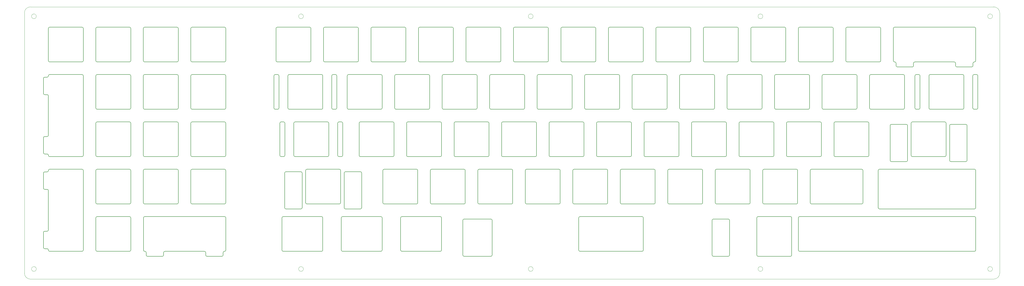
<source format=gm1>
G04 #@! TF.GenerationSoftware,KiCad,Pcbnew,(5.1.4)-1*
G04 #@! TF.CreationDate,2020-10-07T14:28:25-04:00*
G04 #@! TF.ProjectId,southpawplate,736f7574-6870-4617-9770-6c6174652e6b,rev?*
G04 #@! TF.SameCoordinates,Original*
G04 #@! TF.FileFunction,Profile,NP*
%FSLAX46Y46*%
G04 Gerber Fmt 4.6, Leading zero omitted, Abs format (unit mm)*
G04 Created by KiCad (PCBNEW (5.1.4)-1) date 2020-10-07 14:28:25*
%MOMM*%
%LPD*%
G04 APERTURE LIST*
%ADD10C,0.200000*%
%ADD11C,0.050000*%
G04 APERTURE END LIST*
D10*
X340162001Y-23200000D02*
X334162002Y-23162999D01*
X340662000Y-21662999D02*
X340662001Y-22700000D01*
X333662001Y-22663000D02*
X333662000Y-21663000D01*
X357038002Y-21162999D02*
X341162000Y-21162999D01*
X364538001Y-22663000D02*
X364538001Y-21662999D01*
X358038002Y-23162999D02*
X364038001Y-23163000D01*
X357538001Y-21663000D02*
X357538001Y-22663000D01*
X365625000Y-7663000D02*
X365625000Y-20662999D01*
X333075001Y-7163000D02*
X365125000Y-7163000D01*
X332575001Y-20662999D02*
X332575002Y-7662999D01*
X333162002Y-21163000D02*
X333075001Y-21162999D01*
X365038001Y-21162999D02*
X365125001Y-21163000D01*
X-8399999Y-51676001D02*
X-8400000Y-57676000D01*
X-6399999Y-34800000D02*
X-6400000Y-50675999D01*
X-8399999Y-27800000D02*
X-8400000Y-33800000D01*
X-6900000Y-27300000D02*
X-7899999Y-27300000D01*
X-6400000Y-26712999D02*
X-6399998Y-26800000D01*
X-6900000Y-58175999D02*
X-7899999Y-58176001D01*
X-6399999Y-58763000D02*
X-6399999Y-58676000D01*
X7100000Y-59263000D02*
X-5900000Y-59262999D01*
X7600001Y-26713000D02*
X7600001Y-58763001D01*
X-5899999Y-26213000D02*
X7100000Y-26212999D01*
X160368751Y-99363000D02*
X171125001Y-99363000D01*
X-7900000Y-34300000D02*
G75*
G02X-8400000Y-33800000I0J500000D01*
G01*
X64800001Y-96863000D02*
X64800001Y-83863000D01*
X-5900000Y-59262999D02*
G75*
G02X-6399999Y-58763000I0J499999D01*
G01*
X-8399999Y-51676001D02*
G75*
G02X-7900000Y-51176000I500000J1D01*
G01*
X32250001Y-97363000D02*
X32337001Y-97363000D01*
X-6399998Y-26800000D02*
G75*
G02X-6900000Y-27300000I-500001J1D01*
G01*
X-6899999Y-34300000D02*
G75*
G02X-6399999Y-34800000I0J-500000D01*
G01*
X-6400000Y-50675999D02*
G75*
G02X-6899999Y-51176000I-500000J-1D01*
G01*
X-7899999Y-34300000D02*
X-6900000Y-34300000D01*
X31750001Y-83863000D02*
X31750001Y-96863000D01*
X64300001Y-83363000D02*
X32250001Y-83363000D01*
X-6899999Y-51176000D02*
X-7900000Y-51176000D01*
X31750001Y-83863000D02*
G75*
G02X32250001Y-83363000I500000J0D01*
G01*
X-6900000Y-58175999D02*
G75*
G02X-6399999Y-58676000I0J-500001D01*
G01*
X-7899999Y-58176001D02*
G75*
G02X-8400000Y-57676000I0J500001D01*
G01*
X-8399999Y-27800000D02*
G75*
G02X-7899999Y-27300000I500000J0D01*
G01*
X7100000Y-26212999D02*
G75*
G02X7600001Y-26713000I0J-500001D01*
G01*
X64300001Y-83363000D02*
G75*
G02X64800001Y-83863000I0J-500000D01*
G01*
X32250001Y-97363000D02*
G75*
G02X31750001Y-96863000I0J500000D01*
G01*
X7600001Y-58763001D02*
G75*
G02X7100000Y-59263000I-500000J1D01*
G01*
X-6400000Y-26712999D02*
G75*
G02X-5899999Y-26213000I500000J-1D01*
G01*
X308475001Y-20662998D02*
G75*
G02X307975001Y-21163000I-500001J-1D01*
G01*
X307975001Y-7162999D02*
X294975001Y-7163000D01*
X313525001Y-7663000D02*
G75*
G02X314025001Y-7163000I500000J0D01*
G01*
X39837001Y-98863000D02*
G75*
G02X39337001Y-99363000I-500000J0D01*
G01*
X63713001Y-97863000D02*
G75*
G02X64213001Y-97363000I500000J0D01*
G01*
X64800000Y-96862999D02*
G75*
G02X64300001Y-97363000I-500000J-1D01*
G01*
X64213001Y-97363000D02*
X64300001Y-97363000D01*
X327025001Y-7163000D02*
X314025001Y-7163000D01*
X63713001Y-98863000D02*
X63713001Y-97862999D01*
X358038002Y-23162999D02*
G75*
G02X357538001Y-22663000I-1J500000D01*
G01*
X33337001Y-99363000D02*
X39337001Y-99363000D01*
X33337000Y-99362999D02*
G75*
G02X32837001Y-98863000I0J499999D01*
G01*
X277806251Y-83863000D02*
X277806251Y-98863000D01*
X57213001Y-99363000D02*
X63213001Y-99363000D01*
X364538001Y-22663000D02*
G75*
G02X364038001Y-23163000I-500000J0D01*
G01*
X291306251Y-83363000D02*
G75*
G02X291806251Y-83863000I0J-500000D01*
G01*
X291306251Y-83363000D02*
X278306251Y-83363000D01*
X365625000Y-20662999D02*
G75*
G02X365125001Y-21163000I-500000J-1D01*
G01*
X327025000Y-7162999D02*
G75*
G02X327525001Y-7663000I0J-500001D01*
G01*
X334162002Y-23162999D02*
G75*
G02X333662001Y-22663000I-1J500000D01*
G01*
X332575002Y-7662999D02*
G75*
G02X333075001Y-7163000I499999J0D01*
G01*
X39837001Y-97863000D02*
G75*
G02X40337001Y-97363000I500000J0D01*
G01*
X32337000Y-97362999D02*
G75*
G02X32837001Y-97863000I0J-500001D01*
G01*
X333162002Y-21163000D02*
G75*
G02X333662000Y-21663000I-1J-499999D01*
G01*
X364538001Y-21662999D02*
G75*
G02X365038001Y-21162999I500000J0D01*
G01*
X278306251Y-99363000D02*
X291306251Y-99363000D01*
X291806251Y-98863000D02*
X291806251Y-83863000D01*
X327525001Y-20663000D02*
G75*
G02X327025001Y-21163000I-500000J0D01*
G01*
X291806251Y-98863000D02*
G75*
G02X291306251Y-99363000I-500000J0D01*
G01*
X327525001Y-20662999D02*
X327525001Y-7663000D01*
X294475001Y-7663000D02*
G75*
G02X294975001Y-7163000I500000J0D01*
G01*
X63713001Y-98863000D02*
G75*
G02X63213001Y-99363000I-500000J0D01*
G01*
X57213001Y-99363000D02*
G75*
G02X56713001Y-98863000I0J500000D01*
G01*
X307975002Y-7162999D02*
G75*
G02X308475001Y-7663000I-1J-500000D01*
G01*
X56713001Y-97863000D02*
X56713001Y-98863000D01*
X56213000Y-97362999D02*
G75*
G02X56713001Y-97863000I0J-500001D01*
G01*
X40337001Y-97363000D02*
X56213001Y-97363000D01*
X39837001Y-98863000D02*
X39837001Y-97863000D01*
X357038002Y-21162999D02*
G75*
G02X357538001Y-21663000I-1J-500000D01*
G01*
X340662001Y-22700000D02*
G75*
G02X340162001Y-23200000I-500000J0D01*
G01*
X340662000Y-21662999D02*
G75*
G02X341162000Y-21162999I500000J0D01*
G01*
X314025001Y-21163000D02*
X327025001Y-21163000D01*
X277806251Y-83863000D02*
G75*
G02X278306251Y-83363000I500000J0D01*
G01*
X314024999Y-21162999D02*
G75*
G02X313525001Y-20662999I1J499999D01*
G01*
X32837001Y-97863000D02*
X32837001Y-98863000D01*
X333075001Y-21162999D02*
G75*
G02X332575001Y-20662999I0J500000D01*
G01*
X294475001Y-7663000D02*
X294475001Y-20662999D01*
X294974999Y-21162999D02*
G75*
G02X294475001Y-20662999I1J499999D01*
G01*
X294975001Y-21163000D02*
X307975001Y-21163000D01*
X278306251Y-99363000D02*
G75*
G02X277806251Y-98863000I0J500000D01*
G01*
X365125000Y-7163000D02*
G75*
G02X365625000Y-7663000I0J-500000D01*
G01*
X313525001Y-7663000D02*
X313525001Y-20662999D01*
X156075001Y-20663000D02*
G75*
G02X155575001Y-21163000I-500000J0D01*
G01*
X180175001Y-7663000D02*
G75*
G02X180675001Y-7163000I500000J0D01*
G01*
X175125001Y-20662999D02*
X175125001Y-7663000D01*
X212725001Y-7162999D02*
X199725001Y-7163000D01*
X161624999Y-21162999D02*
G75*
G02X161125001Y-20662999I1J499999D01*
G01*
X288925001Y-7163000D02*
X275925001Y-7163000D01*
X275425001Y-7663000D02*
G75*
G02X275925001Y-7163000I500000J0D01*
G01*
X256874999Y-21162999D02*
G75*
G02X256375001Y-20662999I1J499999D01*
G01*
X194175001Y-20662999D02*
X194175001Y-7663000D01*
X142575001Y-21162999D02*
G75*
G02X142075001Y-20662999I0J500000D01*
G01*
X270375001Y-20662999D02*
X270375001Y-7663000D01*
X275924999Y-21162999D02*
G75*
G02X275425001Y-20662999I1J499999D01*
G01*
X155575002Y-7162999D02*
G75*
G02X156075001Y-7663000I-1J-500000D01*
G01*
X199724999Y-21162999D02*
G75*
G02X199225001Y-20662999I1J499999D01*
G01*
X288925002Y-7162999D02*
G75*
G02X289425001Y-7663000I-1J-500000D01*
G01*
X174625001Y-7162999D02*
X161625001Y-7163000D01*
X256875001Y-21163000D02*
X269875001Y-21163000D01*
X194175001Y-20662998D02*
G75*
G02X193675001Y-21163000I-500001J-1D01*
G01*
X269875002Y-7162999D02*
G75*
G02X270375001Y-7663000I-1J-500000D01*
G01*
X142575001Y-21163000D02*
X155575001Y-21163000D01*
X232275001Y-20662999D02*
X232275001Y-7663000D01*
X161625001Y-21163000D02*
X174625001Y-21163000D01*
X308475001Y-20662999D02*
X308475001Y-7663000D01*
X237325001Y-7663000D02*
X237325001Y-20662999D01*
X250825001Y-7163000D02*
X237825001Y-7163000D01*
X289425001Y-20662998D02*
G75*
G02X288925001Y-21163000I-500001J-1D01*
G01*
X231775002Y-7162999D02*
G75*
G02X232275001Y-7663000I-1J-500000D01*
G01*
X275925001Y-21163000D02*
X288925001Y-21163000D01*
X289425001Y-20662999D02*
X289425001Y-7663000D01*
X231775001Y-7163000D02*
X218775001Y-7163000D01*
X237325001Y-7663000D02*
G75*
G02X237825001Y-7163000I500000J0D01*
G01*
X232275002Y-20662999D02*
G75*
G02X231775001Y-21163000I-500001J0D01*
G01*
X269875001Y-7163000D02*
X256875001Y-7163000D01*
X218275001Y-7663000D02*
G75*
G02X218775001Y-7163000I500000J0D01*
G01*
X213225001Y-20662998D02*
G75*
G02X212725001Y-21163000I-500001J-1D01*
G01*
X193675001Y-7162999D02*
X180675001Y-7163000D01*
X193675002Y-7162999D02*
G75*
G02X194175001Y-7663000I-1J-500000D01*
G01*
X161125001Y-7663000D02*
X161125001Y-20662999D01*
X161125001Y-7663000D02*
G75*
G02X161625001Y-7163000I500000J0D01*
G01*
X275425001Y-7663000D02*
X275425001Y-20662999D01*
X237825000Y-21163000D02*
G75*
G02X237325001Y-20662999I1J500000D01*
G01*
X180674999Y-21162999D02*
G75*
G02X180175001Y-20662999I1J499999D01*
G01*
X213225001Y-20662999D02*
X213225001Y-7663000D01*
X270375001Y-20662998D02*
G75*
G02X269875001Y-21163000I-500001J-1D01*
G01*
X199225001Y-7663000D02*
G75*
G02X199725001Y-7163000I500000J0D01*
G01*
X237825001Y-21163000D02*
X250825001Y-21163000D01*
X256375001Y-7663000D02*
X256375001Y-20662999D01*
X250825002Y-7162999D02*
G75*
G02X251325001Y-7663000I-1J-500000D01*
G01*
X256375001Y-7663000D02*
G75*
G02X256875001Y-7163000I500000J0D01*
G01*
X174625002Y-7162999D02*
G75*
G02X175125001Y-7663000I-1J-500000D01*
G01*
X218775001Y-21163000D02*
X231775001Y-21163000D01*
X218275001Y-7663000D02*
X218275001Y-20662999D01*
X212725002Y-7162999D02*
G75*
G02X213225001Y-7663000I-1J-500000D01*
G01*
X180675001Y-21163000D02*
X193675001Y-21163000D01*
X142075001Y-7663000D02*
X142075001Y-20662999D01*
X175125001Y-20662998D02*
G75*
G02X174625001Y-21163000I-500001J-1D01*
G01*
X251325001Y-20662999D02*
X251325001Y-7663000D01*
X199225001Y-7663000D02*
X199225001Y-20662999D01*
X180175001Y-7663000D02*
X180175001Y-20662999D01*
X155575001Y-7162999D02*
X142575001Y-7163000D01*
X251325002Y-20662999D02*
G75*
G02X250825001Y-21163000I-500001J0D01*
G01*
X218775000Y-21163000D02*
G75*
G02X218275001Y-20662999I1J500000D01*
G01*
X199725001Y-21163000D02*
X212725001Y-21163000D01*
X142075001Y-7663000D02*
G75*
G02X142575001Y-7163000I500000J0D01*
G01*
X117975001Y-20662999D02*
X117975001Y-7663000D01*
X26650001Y-20662999D02*
X26650001Y-7663000D01*
X7600001Y-20662999D02*
X7600001Y-7663000D01*
X320381251Y-77813000D02*
G75*
G02X319881251Y-78313000I-500000J0D01*
G01*
X-6399999Y-7663000D02*
G75*
G02X-5899999Y-7163000I500000J0D01*
G01*
X103975001Y-7663000D02*
X103975001Y-20662999D01*
X98925001Y-20663000D02*
G75*
G02X98425001Y-21163000I-500000J0D01*
G01*
X12650001Y-7663000D02*
X12650001Y-20662999D01*
X137025001Y-20663000D02*
G75*
G02X136525001Y-21163000I-500000J0D01*
G01*
X123525001Y-21162999D02*
G75*
G02X123025001Y-20662999I0J500000D01*
G01*
X26150002Y-7162999D02*
G75*
G02X26650001Y-7663000I-1J-500000D01*
G01*
X123025001Y-7663000D02*
X123025001Y-20662999D01*
X123025001Y-7663000D02*
G75*
G02X123525001Y-7163000I500000J0D01*
G01*
X136525001Y-7162999D02*
X123525001Y-7163000D01*
X31700001Y-7663000D02*
X31700001Y-20662999D01*
X26150001Y-7163000D02*
X13150001Y-7163000D01*
X85425001Y-21163000D02*
X98425001Y-21163000D01*
X31700001Y-7663000D02*
G75*
G02X32200001Y-7163000I500000J0D01*
G01*
X136525002Y-7162999D02*
G75*
G02X137025001Y-7663000I-1J-500000D01*
G01*
X13150001Y-21163000D02*
X26150001Y-21163000D01*
X-6399999Y-7663000D02*
X-6399999Y-20662999D01*
X299737500Y-78312999D02*
G75*
G02X299237501Y-77813000I0J499999D01*
G01*
X32200001Y-21162999D02*
G75*
G02X31700001Y-20662999I0J500000D01*
G01*
X299737501Y-78313000D02*
X319881251Y-78313000D01*
X104475001Y-21163000D02*
X117475001Y-21163000D01*
X104475001Y-21162999D02*
G75*
G02X103975001Y-20662999I0J500000D01*
G01*
X51250001Y-21162999D02*
X64250001Y-21163000D01*
X-5899999Y-21162999D02*
G75*
G02X-6399999Y-20662999I0J500000D01*
G01*
X117475001Y-7163000D02*
G75*
G02X117975001Y-7663000I0J-500000D01*
G01*
X7100000Y-7162999D02*
X-5899999Y-7163000D01*
X103975002Y-7662999D02*
G75*
G02X104475001Y-7163000I499999J0D01*
G01*
X45200001Y-7163000D02*
X32200001Y-7163000D01*
X7100000Y-7162999D02*
G75*
G02X7600001Y-7663000I0J-500001D01*
G01*
X319881250Y-64313000D02*
G75*
G02X320381250Y-64813000I0J-500000D01*
G01*
X299237501Y-64813000D02*
G75*
G02X299737501Y-64313000I500000J0D01*
G01*
X85425001Y-21162999D02*
G75*
G02X84925001Y-20662999I0J500000D01*
G01*
X84925001Y-7663000D02*
X84925001Y-20662999D01*
X13150000Y-21163000D02*
G75*
G02X12650001Y-20662999I1J500000D01*
G01*
X50750002Y-7662999D02*
G75*
G02X51250001Y-7163000I499999J0D01*
G01*
X51250000Y-21163000D02*
G75*
G02X50750001Y-20662999I1J500000D01*
G01*
X117475001Y-7163000D02*
X104475001Y-7163000D01*
X84925001Y-7662998D02*
G75*
G02X85425001Y-7163000I499999J-1D01*
G01*
X98425001Y-7163000D02*
G75*
G02X98925001Y-7663000I0J-500000D01*
G01*
X64750001Y-20662999D02*
X64750001Y-7663000D01*
X-5899999Y-21163000D02*
X7100000Y-21163000D01*
X12650002Y-7662999D02*
G75*
G02X13150001Y-7163000I499999J0D01*
G01*
X64750002Y-20662999D02*
G75*
G02X64250001Y-21163000I-500001J0D01*
G01*
X7600001Y-20662999D02*
G75*
G02X7100000Y-21163000I-500001J0D01*
G01*
X50750001Y-7663000D02*
X50750001Y-20662999D01*
X64250001Y-7163000D02*
X51250001Y-7163000D01*
X320381250Y-77813000D02*
X320381250Y-64813000D01*
X45700001Y-20663000D02*
G75*
G02X45200001Y-21163000I-500000J0D01*
G01*
X32200001Y-21162999D02*
X45200001Y-21163000D01*
X64250001Y-7163000D02*
G75*
G02X64750001Y-7663000I0J-500000D01*
G01*
X299237501Y-64813000D02*
X299237501Y-77813000D01*
X156075001Y-20662999D02*
X156075001Y-7663000D01*
X137025001Y-20662999D02*
X137025001Y-7663000D01*
X98425001Y-7162999D02*
X85425001Y-7163000D01*
X98925001Y-20662999D02*
X98925001Y-7663000D01*
X45700001Y-20662999D02*
X45700001Y-7663000D01*
X123525001Y-21163000D02*
X136525001Y-21163000D01*
X26650002Y-20662999D02*
G75*
G02X26150001Y-21163000I-500001J0D01*
G01*
X117975002Y-20662999D02*
G75*
G02X117475001Y-21163000I-500001J0D01*
G01*
X45200002Y-7162999D02*
G75*
G02X45700001Y-7663000I-1J-500000D01*
G01*
X103687501Y-96863000D02*
G75*
G02X103187501Y-97363000I-500000J0D01*
G01*
X266868751Y-98863000D02*
G75*
G02X266368751Y-99363000I-500000J0D01*
G01*
X127000000Y-83363000D02*
X111618751Y-83363000D01*
X171625001Y-98863000D02*
X171625001Y-84863000D01*
X266368752Y-84362999D02*
G75*
G02X266868751Y-84863000I-1J-500000D01*
G01*
X319881251Y-64313000D02*
X299737501Y-64313000D01*
X294187502Y-77812999D02*
G75*
G02X293687501Y-78313000I-500001J0D01*
G01*
X280687501Y-78313000D02*
X293687501Y-78313000D01*
X259868751Y-84863000D02*
X259868751Y-98863000D01*
X280187501Y-64813000D02*
G75*
G02X280687501Y-64313000I500000J0D01*
G01*
X231775001Y-83363000D02*
X206868751Y-83363000D01*
X231775002Y-83362999D02*
G75*
G02X232275001Y-83863000I-1J-500000D01*
G01*
X232275001Y-96863000D02*
X232275001Y-83863000D01*
X134931252Y-83862999D02*
G75*
G02X135431251Y-83363000I499999J0D01*
G01*
X293687502Y-64312999D02*
G75*
G02X294187501Y-64813000I-1J-500000D01*
G01*
X280687501Y-78313000D02*
G75*
G02X280187501Y-77813000I0J500000D01*
G01*
X280187501Y-64813000D02*
X280187501Y-77813000D01*
X160368751Y-99363000D02*
G75*
G02X159868751Y-98863000I0J500000D01*
G01*
X127000000Y-83363000D02*
G75*
G02X127500000Y-83863000I0J-500000D01*
G01*
X206368751Y-83863000D02*
X206368751Y-96863000D01*
X135431251Y-97363000D02*
X150812501Y-97363000D01*
X266368751Y-84362999D02*
X260368751Y-84363000D01*
X103187501Y-83363000D02*
G75*
G02X103687501Y-83863000I0J-500000D01*
G01*
X103187501Y-83363000D02*
X87806251Y-83363000D01*
X26650001Y-96863000D02*
X26650001Y-83863000D01*
X111118751Y-83863000D02*
X111118751Y-96863000D01*
X151312502Y-96862999D02*
G75*
G02X150812501Y-97363000I-500001J0D01*
G01*
X206868751Y-97363000D02*
X231775001Y-97363000D01*
X87806251Y-97363000D02*
G75*
G02X87306251Y-96863000I0J500000D01*
G01*
X151312501Y-96863000D02*
X151312501Y-83863000D01*
X26150001Y-83363000D02*
G75*
G02X26650001Y-83863000I0J-500000D01*
G01*
X13150001Y-97363000D02*
G75*
G02X12650001Y-96863000I0J500000D01*
G01*
X293687501Y-64313000D02*
X280687501Y-64313000D01*
X150812501Y-83363000D02*
G75*
G02X151312501Y-83863000I0J-500000D01*
G01*
X127500000Y-96863000D02*
G75*
G02X127000000Y-97363000I-500000J0D01*
G01*
X260368751Y-99363000D02*
X266368751Y-99363000D01*
X111618751Y-97363000D02*
X127000000Y-97363000D01*
X135431251Y-97363000D02*
G75*
G02X134931251Y-96863000I0J500000D01*
G01*
X260368751Y-99363000D02*
G75*
G02X259868751Y-98863000I0J500000D01*
G01*
X87306251Y-83862998D02*
G75*
G02X87806251Y-83363000I499999J-1D01*
G01*
X111618752Y-97362999D02*
G75*
G02X111118751Y-96863000I-1J500000D01*
G01*
X159868751Y-84863000D02*
G75*
G02X160368751Y-84363000I500000J0D01*
G01*
X87306251Y-83863000D02*
X87306251Y-96863000D01*
X171125002Y-84362999D02*
G75*
G02X171625001Y-84863000I-1J-500000D01*
G01*
X111118751Y-83862998D02*
G75*
G02X111618751Y-83363000I499999J-1D01*
G01*
X232275001Y-96863000D02*
G75*
G02X231775001Y-97363000I-500000J0D01*
G01*
X26650002Y-96862999D02*
G75*
G02X26150001Y-97363000I-500001J0D01*
G01*
X87806251Y-97363000D02*
X103187501Y-97363000D01*
X103687501Y-96863000D02*
X103687501Y-83863000D01*
X12650001Y-83863000D02*
X12650001Y-96863000D01*
X26150001Y-83363000D02*
X13150001Y-83363000D01*
X171625001Y-98863000D02*
G75*
G02X171125001Y-99363000I-500000J0D01*
G01*
X206868750Y-97362999D02*
G75*
G02X206368751Y-96863000I0J499999D01*
G01*
X159868751Y-84863000D02*
X159868751Y-98863000D01*
X259868751Y-84863000D02*
G75*
G02X260368751Y-84363000I500000J0D01*
G01*
X206368751Y-83863000D02*
G75*
G02X206868751Y-83363000I500000J0D01*
G01*
X13150001Y-97363000D02*
X26150001Y-97363000D01*
X171125001Y-84362999D02*
X160368751Y-84363000D01*
X150812501Y-83363000D02*
X135431251Y-83363000D01*
X294187501Y-77813000D02*
X294187501Y-64813000D01*
X12650001Y-83862998D02*
G75*
G02X13150001Y-83363000I499999J-1D01*
G01*
X134931251Y-83863000D02*
X134931251Y-96863000D01*
X127500000Y-96863000D02*
X127500000Y-83863000D01*
X64250001Y-26213000D02*
X51250001Y-26213000D01*
X90187501Y-40213000D02*
X103187501Y-40213000D01*
X223537501Y-78313000D02*
X236537501Y-78313000D01*
X266868751Y-98863000D02*
X266868751Y-84863000D01*
X223037501Y-64813000D02*
G75*
G02X223537501Y-64313000I500000J0D01*
G01*
X274637501Y-64313000D02*
X261637500Y-64313000D01*
X242587501Y-78313000D02*
X255587501Y-78313000D01*
X90187501Y-40212999D02*
G75*
G02X89687500Y-39713000I-1J500000D01*
G01*
X64750001Y-39713000D02*
X64750001Y-26713000D01*
X133050002Y-40212999D02*
G75*
G02X132550001Y-39713000I-1J500000D01*
G01*
X236537502Y-64312999D02*
G75*
G02X237037501Y-64813000I-1J-500000D01*
G01*
X256087502Y-77812999D02*
G75*
G02X255587501Y-78313000I-500001J0D01*
G01*
X133050001Y-40213000D02*
X146050001Y-40213000D01*
X255587501Y-64313000D02*
X242587501Y-64313000D01*
X237037501Y-77813000D02*
X237037501Y-64813000D01*
X127000000Y-26212999D02*
X114000001Y-26213000D01*
X89687500Y-26713000D02*
X89687500Y-39713000D01*
X64750001Y-39713000D02*
G75*
G02X64250001Y-40213000I-500000J0D01*
G01*
X223037501Y-64813000D02*
X223037501Y-77813000D01*
X64250001Y-26213000D02*
G75*
G02X64750001Y-26713000I0J-500000D01*
G01*
X237037501Y-77812998D02*
G75*
G02X236537501Y-78313000I-500001J-1D01*
G01*
X223537500Y-78312999D02*
G75*
G02X223037501Y-77813000I0J499999D01*
G01*
X113500002Y-26712999D02*
G75*
G02X114000001Y-26213000I499999J0D01*
G01*
X236537501Y-64313000D02*
X223537501Y-64313000D01*
X255587502Y-64312999D02*
G75*
G02X256087501Y-64813000I-1J-500000D01*
G01*
X256087501Y-77813000D02*
X256087501Y-64813000D01*
X242587501Y-78313000D02*
G75*
G02X242087501Y-77813000I0J500000D01*
G01*
X84087501Y-26713000D02*
X84087501Y-39713000D01*
X103687501Y-39713000D02*
G75*
G02X103187501Y-40213000I-500000J0D01*
G01*
X242087501Y-64813000D02*
X242087501Y-77813000D01*
X274637501Y-64313000D02*
G75*
G02X275137501Y-64813000I0J-500000D01*
G01*
X242087501Y-64813000D02*
G75*
G02X242587501Y-64313000I500000J0D01*
G01*
X275137501Y-77813000D02*
X275137501Y-64813000D01*
X275137501Y-77812998D02*
G75*
G02X274637501Y-78313000I-500001J-1D01*
G01*
X51250001Y-40213000D02*
X64250001Y-40213000D01*
X89687500Y-26712999D02*
G75*
G02X90187501Y-26213000I500000J-1D01*
G01*
X261637500Y-78313000D02*
X274637501Y-78313000D01*
X103187501Y-26212999D02*
X90187501Y-26213000D01*
X127000001Y-26212999D02*
G75*
G02X127500000Y-26713000I-1J-500000D01*
G01*
X84087501Y-26713000D02*
G75*
G02X84587501Y-26213000I500000J0D01*
G01*
X261137500Y-64813000D02*
G75*
G02X261637500Y-64313000I500000J0D01*
G01*
X103187502Y-26212999D02*
G75*
G02X103687501Y-26713000I-1J-500000D01*
G01*
X103687501Y-39713000D02*
X103687501Y-26713000D01*
X114000001Y-40213000D02*
X127000000Y-40213000D01*
X261137500Y-64813000D02*
X261137500Y-77813000D01*
X85587502Y-26212999D02*
G75*
G02X86087501Y-26713000I-1J-500000D01*
G01*
X86087501Y-39713000D02*
G75*
G02X85587501Y-40213000I-500000J0D01*
G01*
X132550001Y-26713000D02*
X132550001Y-39713000D01*
X84587502Y-40212999D02*
G75*
G02X84087501Y-39713000I-1J500000D01*
G01*
X85587501Y-26212999D02*
X84587501Y-26213000D01*
X127500000Y-39713000D02*
X127500000Y-26713000D01*
X114000001Y-40213000D02*
G75*
G02X113500001Y-39713000I0J500000D01*
G01*
X113500001Y-26713000D02*
X113500001Y-39713000D01*
X127500000Y-39713000D02*
G75*
G02X127000000Y-40213000I-500000J0D01*
G01*
X146050002Y-26212999D02*
G75*
G02X146550001Y-26713000I-1J-500000D01*
G01*
X261637500Y-78313000D02*
G75*
G02X261137500Y-77813000I0J500000D01*
G01*
X86087501Y-39713000D02*
X86087501Y-26713000D01*
X84587501Y-40213000D02*
X85587501Y-40213000D01*
X50750001Y-26713000D02*
X50750001Y-39713000D01*
X146550001Y-39713000D02*
G75*
G02X146050001Y-40213000I-500000J0D01*
G01*
X50750001Y-26712998D02*
G75*
G02X51250001Y-26213000I499999J-1D01*
G01*
X132550001Y-26713000D02*
G75*
G02X133050001Y-26213000I500000J0D01*
G01*
X51250001Y-40213000D02*
G75*
G02X50750001Y-39713000I0J500000D01*
G01*
X146550001Y-39713000D02*
X146550001Y-26713000D01*
X151600001Y-26713000D02*
X151600001Y-39713000D01*
X184650001Y-39712998D02*
G75*
G02X184150001Y-40213000I-500001J-1D01*
G01*
X266400001Y-40213000D02*
G75*
G02X265900001Y-39713000I0J500000D01*
G01*
X165600001Y-39713000D02*
X165600001Y-26713000D01*
X170650001Y-26713000D02*
G75*
G02X171150001Y-26213000I500000J0D01*
G01*
X279400002Y-26212999D02*
G75*
G02X279900001Y-26713000I-1J-500000D01*
G01*
X171150001Y-40213000D02*
G75*
G02X170650001Y-39713000I0J500000D01*
G01*
X165600001Y-39712998D02*
G75*
G02X165100001Y-40213000I-500001J-1D01*
G01*
X146050001Y-26212999D02*
X133050001Y-26213000D01*
X26150001Y-26213000D02*
G75*
G02X26650001Y-26713000I0J-500000D01*
G01*
X266400001Y-40213000D02*
X279400001Y-40213000D01*
X26650001Y-39713000D02*
X26650001Y-26713000D01*
X26650001Y-39713000D02*
G75*
G02X26150001Y-40213000I-500000J0D01*
G01*
X13150001Y-40213000D02*
X26150001Y-40213000D01*
X203700002Y-39712999D02*
G75*
G02X203200001Y-40213000I-500001J0D01*
G01*
X279900002Y-39712999D02*
G75*
G02X279400001Y-40213000I-500001J0D01*
G01*
X31700001Y-26713000D02*
G75*
G02X32200001Y-26213000I500000J0D01*
G01*
X190200001Y-40213000D02*
X203200001Y-40213000D01*
X13150001Y-40213000D02*
G75*
G02X12650001Y-39713000I0J500000D01*
G01*
X152100001Y-40213000D02*
X165100001Y-40213000D01*
X203200002Y-26212999D02*
G75*
G02X203700001Y-26713000I-1J-500000D01*
G01*
X165100002Y-26212999D02*
G75*
G02X165600001Y-26713000I-1J-500000D01*
G01*
X222250001Y-26212999D02*
X209250001Y-26213000D01*
X12650001Y-26713000D02*
X12650001Y-39713000D01*
X12650001Y-26713000D02*
G75*
G02X13150001Y-26213000I500000J0D01*
G01*
X26150001Y-26213000D02*
X13150001Y-26213000D01*
X108787501Y-26213000D02*
G75*
G02X109287501Y-26713000I0J-500000D01*
G01*
X279400001Y-26212999D02*
X266400001Y-26213000D01*
X32200001Y-40213000D02*
X45200001Y-40213000D01*
X45200001Y-26213000D02*
G75*
G02X45700001Y-26713000I0J-500000D01*
G01*
X45700001Y-39713000D02*
X45700001Y-26713000D01*
X45200001Y-26213000D02*
X32200001Y-26213000D01*
X190200001Y-40213000D02*
G75*
G02X189700001Y-39713000I0J500000D01*
G01*
X152100002Y-40212999D02*
G75*
G02X151600001Y-39713000I-1J500000D01*
G01*
X184650001Y-39713000D02*
X184650001Y-26713000D01*
X109287501Y-39713000D02*
G75*
G02X108787501Y-40213000I-500000J0D01*
G01*
X203700001Y-39713000D02*
X203700001Y-26713000D01*
X171150001Y-40213000D02*
X184150001Y-40213000D01*
X222750001Y-39713000D02*
X222750001Y-26713000D01*
X109287501Y-39713000D02*
X109287501Y-26713000D01*
X45700001Y-39713000D02*
G75*
G02X45200001Y-40213000I-500000J0D01*
G01*
X32200001Y-40213000D02*
G75*
G02X31700001Y-39713000I0J500000D01*
G01*
X107787501Y-40213000D02*
X108787501Y-40213000D01*
X209250001Y-40213000D02*
G75*
G02X208750001Y-39713000I0J500000D01*
G01*
X265900001Y-26713000D02*
G75*
G02X266400001Y-26213000I500000J0D01*
G01*
X279900001Y-39713000D02*
X279900001Y-26713000D01*
X107287501Y-26713000D02*
X107287501Y-39713000D01*
X265900001Y-26713000D02*
X265900001Y-39713000D01*
X108787501Y-26212999D02*
X107787501Y-26213000D01*
X222250002Y-26212999D02*
G75*
G02X222750001Y-26713000I-1J-500000D01*
G01*
X222750002Y-39712999D02*
G75*
G02X222250001Y-40213000I-500001J0D01*
G01*
X208750001Y-26713000D02*
X208750001Y-39713000D01*
X208750001Y-26713000D02*
G75*
G02X209250001Y-26213000I500000J0D01*
G01*
X107787502Y-40212999D02*
G75*
G02X107287501Y-39713000I-1J500000D01*
G01*
X209250001Y-40213000D02*
X222250001Y-40213000D01*
X107287501Y-26713000D02*
G75*
G02X107787501Y-26213000I500000J0D01*
G01*
X189700001Y-26713000D02*
G75*
G02X190200001Y-26213000I500000J0D01*
G01*
X165100001Y-26212999D02*
X152100001Y-26213000D01*
X184150002Y-26212999D02*
G75*
G02X184650001Y-26713000I-1J-500000D01*
G01*
X170650001Y-26713000D02*
X170650001Y-39713000D01*
X151600001Y-26713000D02*
G75*
G02X152100001Y-26213000I500000J0D01*
G01*
X203200001Y-26213000D02*
X190200001Y-26213000D01*
X31700001Y-26713000D02*
X31700001Y-39713000D01*
X189700001Y-26713000D02*
X189700001Y-39713000D01*
X247350001Y-40213000D02*
X260350001Y-40213000D01*
X64750001Y-58763000D02*
X64750001Y-45763000D01*
X304500001Y-40213000D02*
G75*
G02X304000001Y-39713000I0J500000D01*
G01*
X364962502Y-40212999D02*
G75*
G02X364462501Y-39713000I-1J500000D01*
G01*
X64250001Y-45263000D02*
X51250001Y-45263000D01*
X298950002Y-39712999D02*
G75*
G02X298450001Y-40213000I-500001J0D01*
G01*
X13150001Y-59263000D02*
X26150001Y-59263000D01*
X12650001Y-45763000D02*
G75*
G02X13150001Y-45263000I500000J0D01*
G01*
X51250001Y-59263000D02*
G75*
G02X50750001Y-58763000I0J500000D01*
G01*
X184150001Y-26213000D02*
X171150001Y-26213000D01*
X298450001Y-26212999D02*
X285450001Y-26213000D01*
X298450002Y-26212999D02*
G75*
G02X298950001Y-26713000I-1J-500000D01*
G01*
X304000001Y-26713000D02*
G75*
G02X304500001Y-26213000I500000J0D01*
G01*
X45200001Y-45263000D02*
X32200001Y-45263000D01*
X285450001Y-40213000D02*
X298450001Y-40213000D01*
X318000001Y-39713000D02*
G75*
G02X317500001Y-40213000I-500000J0D01*
G01*
X285450001Y-40213000D02*
G75*
G02X284950001Y-39713000I0J500000D01*
G01*
X365962501Y-26213000D02*
X364962501Y-26213000D01*
X284950001Y-26713000D02*
G75*
G02X285450001Y-26213000I500000J0D01*
G01*
X246850001Y-26713000D02*
X246850001Y-39713000D01*
X32200001Y-59263000D02*
G75*
G02X31700001Y-58763000I0J500000D01*
G01*
X50750001Y-45763000D02*
G75*
G02X51250001Y-45263000I500000J0D01*
G01*
X241300002Y-26212999D02*
G75*
G02X241800001Y-26713000I-1J-500000D01*
G01*
X26650001Y-58763000D02*
G75*
G02X26150001Y-59263000I-500000J0D01*
G01*
X241800002Y-39712999D02*
G75*
G02X241300001Y-40213000I-500001J0D01*
G01*
X284950001Y-26713000D02*
X284950001Y-39713000D01*
X32200001Y-59263000D02*
X45200001Y-59263000D01*
X260850002Y-39712999D02*
G75*
G02X260350001Y-40213000I-500001J0D01*
G01*
X247350001Y-40213000D02*
G75*
G02X246850001Y-39713000I0J500000D01*
G01*
X45700001Y-58763000D02*
G75*
G02X45200001Y-59263000I-500000J0D01*
G01*
X241800001Y-39713000D02*
X241800001Y-26713000D01*
X227800001Y-26713000D02*
X227800001Y-39713000D01*
X45700001Y-58763000D02*
X45700001Y-45763000D01*
X26150001Y-45263000D02*
G75*
G02X26650001Y-45763000I0J-500000D01*
G01*
X31700001Y-45763000D02*
X31700001Y-58763000D01*
X64750001Y-58763000D02*
G75*
G02X64250001Y-59263000I-500000J0D01*
G01*
X51250001Y-59263000D02*
X64250001Y-59263000D01*
X317500001Y-26213000D02*
G75*
G02X318000001Y-26713000I0J-500000D01*
G01*
X318000001Y-39713000D02*
X318000001Y-26713000D01*
X260850001Y-39713000D02*
X260850001Y-26713000D01*
X260350002Y-26212999D02*
G75*
G02X260850001Y-26713000I-1J-500000D01*
G01*
X366462500Y-39713000D02*
X366462500Y-26713000D01*
X364462501Y-26712998D02*
G75*
G02X364962501Y-26213000I499999J-1D01*
G01*
X13150001Y-59263000D02*
G75*
G02X12650001Y-58763000I0J500000D01*
G01*
X364962501Y-40213000D02*
X365962501Y-40213000D01*
X246850001Y-26713000D02*
G75*
G02X247350001Y-26213000I500000J0D01*
G01*
X228300001Y-40213000D02*
X241300001Y-40213000D01*
X12650001Y-45763000D02*
X12650001Y-58763000D01*
X227800001Y-26713000D02*
G75*
G02X228300001Y-26213000I500000J0D01*
G01*
X304500001Y-40213000D02*
X317500001Y-40213000D01*
X45200001Y-45263000D02*
G75*
G02X45700001Y-45763000I0J-500000D01*
G01*
X364462501Y-26713000D02*
X364462501Y-39713000D01*
X317500001Y-26213000D02*
X304500001Y-26213000D01*
X260350001Y-26212999D02*
X247350001Y-26213000D01*
X365962500Y-26213000D02*
G75*
G02X366462500Y-26713000I0J-500000D01*
G01*
X50750001Y-45763000D02*
X50750001Y-58763000D01*
X228300001Y-40213000D02*
G75*
G02X227800001Y-39713000I0J500000D01*
G01*
X26650001Y-58763000D02*
X26650001Y-45763000D01*
X64250001Y-45263000D02*
G75*
G02X64750001Y-45763000I0J-500000D01*
G01*
X366462501Y-39713000D02*
G75*
G02X365962501Y-40213000I-500000J0D01*
G01*
X241300001Y-26213000D02*
X228300001Y-26213000D01*
X304000001Y-26713000D02*
X304000001Y-39713000D01*
X31700001Y-45763000D02*
G75*
G02X32200001Y-45263000I500000J0D01*
G01*
X298950001Y-39713000D02*
X298950001Y-26713000D01*
X189412501Y-58762998D02*
G75*
G02X188912501Y-59263000I-500001J-1D01*
G01*
X194462501Y-45763000D02*
G75*
G02X194962501Y-45263000I500000J0D01*
G01*
X207962501Y-45263000D02*
X194962501Y-45263000D01*
X105568751Y-45262999D02*
X92568751Y-45263000D01*
X341262501Y-26713000D02*
X341262501Y-39713000D01*
X323550002Y-40212999D02*
G75*
G02X323050001Y-39713000I-1J500000D01*
G01*
X337050001Y-26713000D02*
X337050001Y-39713000D01*
X26150001Y-45263000D02*
X13150001Y-45263000D01*
X323050001Y-39713000D02*
X323050001Y-26713000D01*
X131762501Y-45263000D02*
X118762501Y-45263000D01*
X208462502Y-58762999D02*
G75*
G02X207962501Y-59263000I-500001J0D01*
G01*
X341762502Y-40212999D02*
G75*
G02X341262501Y-39713000I-1J500000D01*
G01*
X132262501Y-58763000D02*
X132262501Y-45763000D01*
X131762500Y-45262999D02*
G75*
G02X132262501Y-45763000I0J-500001D01*
G01*
X341262501Y-26712998D02*
G75*
G02X341762501Y-26213000I499999J-1D01*
G01*
X337050001Y-39713000D02*
G75*
G02X336550001Y-40213000I-500000J0D01*
G01*
X336550000Y-26212999D02*
G75*
G02X337050001Y-26713000I0J-500001D01*
G01*
X323550001Y-26213000D02*
X336550001Y-26213000D01*
X118262501Y-45763000D02*
X118262501Y-58763000D01*
X151312501Y-58763000D02*
X151312501Y-45763000D01*
X347362502Y-40212999D02*
G75*
G02X346862501Y-39713000I-1J500000D01*
G01*
X194462501Y-45763000D02*
X194462501Y-58763000D01*
X347362501Y-40213000D02*
X360362501Y-40213000D01*
X105568751Y-45263000D02*
G75*
G02X106068751Y-45763000I0J-500000D01*
G01*
X188912502Y-45262999D02*
G75*
G02X189412501Y-45763000I-1J-500000D01*
G01*
X175912500Y-59262999D02*
G75*
G02X175412501Y-58763000I0J499999D01*
G01*
X360362500Y-26213000D02*
G75*
G02X360862500Y-26713000I0J-500000D01*
G01*
X92068751Y-45763000D02*
X92068751Y-58763000D01*
X208462501Y-58763000D02*
X208462501Y-45763000D01*
X118762501Y-59263000D02*
X131762501Y-59263000D01*
X175412501Y-45763000D02*
G75*
G02X175912501Y-45263000I500000J0D01*
G01*
X137312501Y-45763000D02*
X137312501Y-58763000D01*
X137812501Y-59263000D02*
G75*
G02X137312501Y-58763000I0J500000D01*
G01*
X137812501Y-59263000D02*
X150812501Y-59263000D01*
X346862501Y-26712998D02*
G75*
G02X347362501Y-26213000I499999J-1D01*
G01*
X336550001Y-40213000D02*
X323550001Y-40212999D01*
X342762500Y-26212999D02*
G75*
G02X343262501Y-26713000I0J-500001D01*
G01*
X106068752Y-58762999D02*
G75*
G02X105568751Y-59263000I-500001J0D01*
G01*
X175412501Y-45763000D02*
X175412501Y-58763000D01*
X323050002Y-26712999D02*
G75*
G02X323550001Y-26213000I499999J0D01*
G01*
X92568751Y-59263000D02*
X105568751Y-59263000D01*
X360862500Y-39713000D02*
X360862500Y-26713000D01*
X360862501Y-39713000D02*
G75*
G02X360362501Y-40213000I-500000J0D01*
G01*
X341762501Y-40212999D02*
X342762501Y-40213000D01*
X188912501Y-45262999D02*
X175912501Y-45263000D01*
X207962502Y-45262999D02*
G75*
G02X208462501Y-45763000I-1J-500000D01*
G01*
X360362501Y-26213000D02*
X347362501Y-26213000D01*
X150812501Y-45263000D02*
G75*
G02X151312501Y-45763000I0J-500000D01*
G01*
X175912501Y-59263000D02*
X188912501Y-59263000D01*
X189412501Y-58763000D02*
X189412501Y-45763000D01*
X194962500Y-59262999D02*
G75*
G02X194462501Y-58763000I0J499999D01*
G01*
X151312502Y-58762999D02*
G75*
G02X150812501Y-59263000I-500001J0D01*
G01*
X343262501Y-39713000D02*
X343262501Y-26713000D01*
X118762501Y-59263000D02*
G75*
G02X118262501Y-58763000I0J500000D01*
G01*
X346862501Y-26713000D02*
X346862501Y-39713000D01*
X132262501Y-58763000D02*
G75*
G02X131762501Y-59263000I-500000J0D01*
G01*
X118262501Y-45763000D02*
G75*
G02X118762501Y-45263000I500000J0D01*
G01*
X343262501Y-39713000D02*
G75*
G02X342762501Y-40213000I-500000J0D01*
G01*
X92068751Y-45763000D02*
G75*
G02X92568751Y-45263000I500000J0D01*
G01*
X92568751Y-59263000D02*
G75*
G02X92068751Y-58763000I0J500000D01*
G01*
X342762501Y-26213000D02*
X341762501Y-26213000D01*
X137312501Y-45763000D02*
G75*
G02X137812501Y-45263000I500000J0D01*
G01*
X194962501Y-59263000D02*
X207962501Y-59263000D01*
X106068751Y-58763000D02*
X106068751Y-45763000D01*
X284162501Y-45262999D02*
X271162501Y-45263000D01*
X309262501Y-59263000D02*
G75*
G02X308762501Y-58763000I0J500000D01*
G01*
X265612501Y-58763000D02*
X265612501Y-45763000D01*
X271162502Y-59262999D02*
G75*
G02X270662501Y-58763000I-1J500000D01*
G01*
X355656752Y-61262999D02*
G75*
G02X355156751Y-60763000I-1J500000D01*
G01*
X308762501Y-45763000D02*
G75*
G02X309262501Y-45263000I500000J0D01*
G01*
X308762501Y-45763000D02*
X308762501Y-58763000D01*
X355156751Y-46763000D02*
X355156751Y-60763000D01*
X88468751Y-58763000D02*
X88468751Y-45763000D01*
X88468751Y-58763000D02*
G75*
G02X87968751Y-59263000I-500000J0D01*
G01*
X265112502Y-45262999D02*
G75*
G02X265612501Y-45763000I-1J-500000D01*
G01*
X111668751Y-58763000D02*
X111668751Y-45763000D01*
X156362501Y-45763000D02*
X156362501Y-58763000D01*
X252112501Y-59263000D02*
X265112501Y-59263000D01*
X111668751Y-58763000D02*
G75*
G02X111168751Y-59263000I-500000J0D01*
G01*
X265112501Y-45263000D02*
X252112501Y-45263000D01*
X110168752Y-59262999D02*
G75*
G02X109668751Y-58763000I-1J500000D01*
G01*
X252112501Y-59263000D02*
G75*
G02X251612501Y-58763000I0J500000D01*
G01*
X251612501Y-45763000D02*
X251612501Y-58763000D01*
X355156752Y-46762999D02*
G75*
G02X355656751Y-46263000I499999J0D01*
G01*
X156862501Y-59263000D02*
X169862501Y-59263000D01*
X355656751Y-61262999D02*
X361656751Y-61263000D01*
X322262501Y-45263000D02*
X309262501Y-45263000D01*
X353218751Y-45263000D02*
G75*
G02X353718751Y-45763000I0J-500000D01*
G01*
X156362501Y-45763000D02*
G75*
G02X156862501Y-45263000I500000J0D01*
G01*
X169862502Y-45262999D02*
G75*
G02X170362501Y-45763000I-1J-500000D01*
G01*
X339718751Y-45762998D02*
G75*
G02X340218751Y-45263000I499999J-1D01*
G01*
X362156751Y-60763000D02*
G75*
G02X361656751Y-61263000I-500000J0D01*
G01*
X150812501Y-45263000D02*
X137812501Y-45263000D01*
X87968750Y-45262999D02*
G75*
G02X88468751Y-45763000I0J-500001D01*
G01*
X86968751Y-59263000D02*
X87968751Y-59263000D01*
X86968752Y-59263000D02*
G75*
G02X86468750Y-58763000I-1J500001D01*
G01*
X284162502Y-45262999D02*
G75*
G02X284662501Y-45763000I-1J-500000D01*
G01*
X339718751Y-45763000D02*
X339718751Y-58763000D01*
X251612501Y-45763000D02*
G75*
G02X252112501Y-45263000I500000J0D01*
G01*
X86468750Y-45763000D02*
X86468750Y-58763000D01*
X109668751Y-45763000D02*
X109668751Y-58763000D01*
X322262500Y-45263000D02*
G75*
G02X322762500Y-45763000I0J-500000D01*
G01*
X309262501Y-59263000D02*
X322262501Y-59263000D01*
X340218752Y-59262999D02*
G75*
G02X339718751Y-58763000I-1J500000D01*
G01*
X322762501Y-58763000D02*
G75*
G02X322262501Y-59263000I-500000J0D01*
G01*
X265612501Y-58762998D02*
G75*
G02X265112501Y-59263000I-500001J-1D01*
G01*
X86468750Y-45762999D02*
G75*
G02X86968751Y-45263000I500000J-1D01*
G01*
X353718751Y-58763000D02*
X353718751Y-45763000D01*
X362156750Y-60763000D02*
X362156750Y-46763000D01*
X353718751Y-58763000D02*
G75*
G02X353218751Y-59263000I-500000J0D01*
G01*
X87968751Y-45262999D02*
X86968751Y-45263000D01*
X361656750Y-46263000D02*
G75*
G02X362156750Y-46763000I0J-500000D01*
G01*
X111168751Y-45263000D02*
G75*
G02X111668751Y-45763000I0J-500000D01*
G01*
X110168751Y-59263000D02*
X111168751Y-59263000D01*
X340218751Y-59262999D02*
X353218751Y-59263000D01*
X353218751Y-45263000D02*
X340218751Y-45263000D01*
X284662501Y-58763000D02*
X284662501Y-45763000D01*
X109668751Y-45763000D02*
G75*
G02X110168751Y-45263000I500000J0D01*
G01*
X111168751Y-45263000D02*
X110168751Y-45263000D01*
X170362501Y-58762998D02*
G75*
G02X169862501Y-59263000I-500001J-1D01*
G01*
X270662501Y-45763000D02*
G75*
G02X271162501Y-45263000I500000J0D01*
G01*
X270662501Y-45763000D02*
X270662501Y-58763000D01*
X322762500Y-58763000D02*
X322762500Y-45763000D01*
X170362501Y-58763000D02*
X170362501Y-45763000D01*
X271162501Y-59263000D02*
X284162501Y-59263000D01*
X156862501Y-59263000D02*
G75*
G02X156362501Y-58763000I0J500000D01*
G01*
X169862501Y-45262999D02*
X156862501Y-45263000D01*
X284662501Y-58762998D02*
G75*
G02X284162501Y-59263000I-500001J-1D01*
G01*
X338280751Y-60763000D02*
X338280751Y-46763000D01*
X338280751Y-60763000D02*
G75*
G02X337780751Y-61263000I-500000J0D01*
G01*
X45700001Y-77813000D02*
G75*
G02X45200001Y-78313000I-500000J0D01*
G01*
X227512501Y-58763000D02*
X227512501Y-45763000D01*
X233062501Y-59263000D02*
X246062501Y-59263000D01*
X290212501Y-59263000D02*
G75*
G02X289712501Y-58763000I0J500000D01*
G01*
X233062501Y-59263000D02*
G75*
G02X232562501Y-58763000I0J500000D01*
G01*
X12650001Y-64813000D02*
X12650001Y-77813000D01*
X361656751Y-46263000D02*
X355656751Y-46263000D01*
X214012501Y-59263000D02*
X227012501Y-59263000D01*
X213512501Y-45763000D02*
X213512501Y-58763000D01*
X51250001Y-78313000D02*
G75*
G02X50750001Y-77813000I0J500000D01*
G01*
X303712501Y-58762998D02*
G75*
G02X303212501Y-59263000I-500001J-1D01*
G01*
X64250001Y-64313000D02*
X51250001Y-64313000D01*
X50750001Y-64812998D02*
G75*
G02X51250001Y-64313000I499999J-1D01*
G01*
X289712501Y-45763000D02*
X289712501Y-58763000D01*
X331780752Y-61262999D02*
G75*
G02X331280751Y-60763000I-1J500000D01*
G01*
X337780751Y-46263000D02*
G75*
G02X338280751Y-46763000I0J-500000D01*
G01*
X246062502Y-45262999D02*
G75*
G02X246562501Y-45763000I-1J-500000D01*
G01*
X232562501Y-45763000D02*
G75*
G02X233062501Y-45263000I500000J0D01*
G01*
X303712501Y-58763000D02*
X303712501Y-45763000D01*
X26650001Y-77813000D02*
X26650001Y-64813000D01*
X13150001Y-78313000D02*
G75*
G02X12650001Y-77813000I0J500000D01*
G01*
X64750001Y-77813000D02*
G75*
G02X64250001Y-78313000I-500000J0D01*
G01*
X64250001Y-64313000D02*
G75*
G02X64750001Y-64813000I0J-500000D01*
G01*
X64750001Y-77813000D02*
X64750001Y-64813000D01*
X337780751Y-46263000D02*
X331780751Y-46263000D01*
X331280752Y-46762999D02*
G75*
G02X331780751Y-46263000I499999J0D01*
G01*
X213512501Y-45763000D02*
G75*
G02X214012501Y-45263000I500000J0D01*
G01*
X232562501Y-45763000D02*
X232562501Y-58763000D01*
X26150001Y-64313000D02*
G75*
G02X26650001Y-64813000I0J-500000D01*
G01*
X246062501Y-45263000D02*
X233062501Y-45263000D01*
X290212501Y-59263000D02*
X303212501Y-59263000D01*
X289712501Y-45763000D02*
G75*
G02X290212501Y-45263000I500000J0D01*
G01*
X303212502Y-45262999D02*
G75*
G02X303712501Y-45763000I-1J-500000D01*
G01*
X26650001Y-77813000D02*
G75*
G02X26150001Y-78313000I-500000J0D01*
G01*
X13150001Y-78313000D02*
X26150001Y-78313000D01*
X331780751Y-61262999D02*
X337780751Y-61263000D01*
X45200001Y-64313000D02*
G75*
G02X45700001Y-64813000I0J-500000D01*
G01*
X50750001Y-64813000D02*
X50750001Y-77813000D01*
X26150001Y-64313000D02*
X13150001Y-64313000D01*
X45700001Y-77813000D02*
X45700001Y-64813000D01*
X331280751Y-46763000D02*
X331280751Y-60763000D01*
X246562501Y-58763000D02*
X246562501Y-45763000D01*
X227012501Y-45262999D02*
X214012501Y-45263000D01*
X227012502Y-45262999D02*
G75*
G02X227512501Y-45763000I-1J-500000D01*
G01*
X227512502Y-58762999D02*
G75*
G02X227012501Y-59263000I-500001J0D01*
G01*
X214012500Y-59262999D02*
G75*
G02X213512501Y-58763000I0J499999D01*
G01*
X246562501Y-58762998D02*
G75*
G02X246062501Y-59263000I-500001J-1D01*
G01*
X51250001Y-78313000D02*
X64250001Y-78313000D01*
X303212501Y-45262999D02*
X290212501Y-45263000D01*
X12650001Y-64812998D02*
G75*
G02X13150001Y-64313000I499999J-1D01*
G01*
X141287501Y-64313000D02*
X128287501Y-64313000D01*
X160337502Y-64312999D02*
G75*
G02X160837501Y-64813000I-1J-500000D01*
G01*
X217987501Y-77812998D02*
G75*
G02X217487501Y-78313000I-500001J-1D01*
G01*
X160837501Y-77813000D02*
X160837501Y-64813000D01*
X88393251Y-65813000D02*
G75*
G02X88893251Y-65313000I500000J0D01*
G01*
X185437500Y-78312999D02*
G75*
G02X184937501Y-77813000I0J499999D01*
G01*
X198437501Y-64313000D02*
X185437501Y-64313000D01*
X198937501Y-77813000D02*
X198937501Y-64813000D01*
X32200001Y-78313000D02*
X45200001Y-78313000D01*
X32200001Y-78313000D02*
G75*
G02X31700001Y-77813000I0J500000D01*
G01*
X31700001Y-64813000D02*
X31700001Y-77813000D01*
X119269251Y-79813000D02*
G75*
G02X118769251Y-80313000I-500000J0D01*
G01*
X95393251Y-79813000D02*
X95393251Y-65813000D01*
X166387500Y-78312999D02*
G75*
G02X165887501Y-77813000I0J499999D01*
G01*
X31700001Y-64813000D02*
G75*
G02X32200001Y-64313000I500000J0D01*
G01*
X45200001Y-64313000D02*
X32200001Y-64313000D01*
X110331251Y-64313000D02*
G75*
G02X110831251Y-64813000I0J-500000D01*
G01*
X165887501Y-64813000D02*
X165887501Y-77813000D01*
X165887501Y-64813000D02*
G75*
G02X166387501Y-64313000I500000J0D01*
G01*
X96831251Y-64812998D02*
G75*
G02X97331251Y-64313000I499999J-1D01*
G01*
X185437501Y-78313000D02*
X198437501Y-78313000D01*
X160837501Y-77812998D02*
G75*
G02X160337501Y-78313000I-500001J-1D01*
G01*
X147337501Y-78313000D02*
X160337501Y-78313000D01*
X88393251Y-65813000D02*
X88393251Y-79813000D01*
X112769251Y-80313000D02*
X118769251Y-80313000D01*
X110831251Y-77813000D02*
X110831251Y-64813000D01*
X179887501Y-77813000D02*
X179887501Y-64813000D01*
X97331251Y-78313000D02*
X110331251Y-78313000D01*
X112269251Y-65813000D02*
X112269251Y-79813000D01*
X217487502Y-64312999D02*
G75*
G02X217987501Y-64813000I-1J-500000D01*
G01*
X179387502Y-64312999D02*
G75*
G02X179887501Y-64813000I-1J-500000D01*
G01*
X184937501Y-64813000D02*
G75*
G02X185437501Y-64313000I500000J0D01*
G01*
X88893251Y-80313000D02*
X94893251Y-80313000D01*
X217987501Y-77813000D02*
X217987501Y-64813000D01*
X179387501Y-64313000D02*
X166387501Y-64313000D01*
X110831252Y-77812999D02*
G75*
G02X110331251Y-78313000I-500001J0D01*
G01*
X128287501Y-78313000D02*
X141287501Y-78313000D01*
X127787502Y-64812999D02*
G75*
G02X128287501Y-64313000I499999J0D01*
G01*
X160337501Y-64313000D02*
X147337501Y-64313000D01*
X184937501Y-64813000D02*
X184937501Y-77813000D01*
X127787501Y-64813000D02*
X127787501Y-77813000D01*
X166387501Y-78313000D02*
X179387501Y-78313000D01*
X97331251Y-78313000D02*
G75*
G02X96831251Y-77813000I0J500000D01*
G01*
X94893251Y-65312999D02*
X88893251Y-65313000D01*
X147337501Y-78313000D02*
G75*
G02X146837501Y-77813000I0J500000D01*
G01*
X146837501Y-64813000D02*
X146837501Y-77813000D01*
X96831251Y-64813000D02*
X96831251Y-77813000D01*
X198437502Y-64312999D02*
G75*
G02X198937501Y-64813000I-1J-500000D01*
G01*
X112269252Y-65812999D02*
G75*
G02X112769251Y-65313000I499999J0D01*
G01*
X146837502Y-64812999D02*
G75*
G02X147337501Y-64313000I499999J0D01*
G01*
X198937501Y-77812998D02*
G75*
G02X198437501Y-78313000I-500001J-1D01*
G01*
X179887501Y-77812998D02*
G75*
G02X179387501Y-78313000I-500001J-1D01*
G01*
X95393251Y-79813000D02*
G75*
G02X94893251Y-80313000I-500000J0D01*
G01*
X110331251Y-64313000D02*
X97331251Y-64313000D01*
X112769251Y-80313000D02*
G75*
G02X112269251Y-79813000I0J500000D01*
G01*
X141287501Y-64313000D02*
G75*
G02X141787501Y-64813000I0J-500000D01*
G01*
X141787501Y-77813000D02*
X141787501Y-64813000D01*
X88893251Y-80313000D02*
G75*
G02X88393251Y-79813000I0J500000D01*
G01*
X128287501Y-78313000D02*
G75*
G02X127787501Y-77813000I0J500000D01*
G01*
X118769251Y-65312999D02*
X112769251Y-65313000D01*
X118769251Y-65313000D02*
G75*
G02X119269251Y-65813000I0J-500000D01*
G01*
X94893252Y-65312999D02*
G75*
G02X95393251Y-65813000I-1J-500000D01*
G01*
X119269251Y-79813000D02*
X119269251Y-65813000D01*
X141787501Y-77813000D02*
G75*
G02X141287501Y-78313000I-500000J0D01*
G01*
X204487501Y-78313000D02*
X217487501Y-78313000D01*
X204487500Y-78312999D02*
G75*
G02X203987501Y-77813000I0J499999D01*
G01*
X203987501Y-64813000D02*
X203987501Y-77813000D01*
X365125000Y-83363000D02*
G75*
G02X365625000Y-83863000I0J-500000D01*
G01*
X203987501Y-64813000D02*
G75*
G02X204487501Y-64313000I500000J0D01*
G01*
X217487501Y-64313000D02*
X204487501Y-64313000D01*
X7100000Y-64313000D02*
X-5899999Y-64313000D01*
X-6400000Y-88775999D02*
G75*
G02X-6900000Y-89275999I-500000J0D01*
G01*
X-8400000Y-89776000D02*
X-8400000Y-95775999D01*
X-6399999Y-64900001D02*
G75*
G02X-6900000Y-65400000I-500000J1D01*
G01*
X365625000Y-96863000D02*
X365625000Y-83863000D01*
X365125001Y-64313000D02*
X327018251Y-64313000D01*
X365625000Y-96862999D02*
G75*
G02X365125001Y-97363000I-500000J-1D01*
G01*
X-7899999Y-72400000D02*
X-6900000Y-72400000D01*
X294975001Y-97363000D02*
X365125001Y-97363000D01*
X7600000Y-96863000D02*
G75*
G02X7100000Y-97363000I-500000J0D01*
G01*
X327018252Y-80312999D02*
G75*
G02X326518251Y-79813000I-1J500000D01*
G01*
X-6900000Y-65400000D02*
X-7899999Y-65400000D01*
X-6900000Y-89275999D02*
X-7899999Y-89275999D01*
X327018251Y-80312999D02*
X365125001Y-80313000D01*
X294975001Y-97363000D02*
G75*
G02X294475001Y-96863000I0J500000D01*
G01*
X294475001Y-83863000D02*
X294475001Y-96863000D01*
X365625001Y-79813000D02*
G75*
G02X365125001Y-80313000I-500000J0D01*
G01*
X294475001Y-83863000D02*
G75*
G02X294975001Y-83363000I500000J0D01*
G01*
X365625001Y-79813000D02*
X365625000Y-64813000D01*
X326518251Y-64813000D02*
X326518251Y-79813000D01*
X-7899999Y-96276000D02*
X-6900000Y-96275999D01*
X-7899999Y-96276000D02*
G75*
G02X-8400000Y-95775999I0J500001D01*
G01*
X-6399999Y-72900000D02*
X-6400000Y-88775999D01*
X-6899999Y-72400000D02*
G75*
G02X-6399999Y-72900000I0J-500000D01*
G01*
X-5900000Y-97362999D02*
G75*
G02X-6399999Y-96863000I0J499999D01*
G01*
X7600001Y-96863000D02*
X7600001Y-64813000D01*
X365125001Y-83363000D02*
X294975001Y-83363000D01*
X-6400000Y-64812999D02*
G75*
G02X-5899999Y-64313000I500000J-1D01*
G01*
X365125000Y-64313000D02*
G75*
G02X365625000Y-64813000I0J-500000D01*
G01*
X326518252Y-64812999D02*
G75*
G02X327018251Y-64313000I499999J0D01*
G01*
X-6399999Y-64813000D02*
X-6399999Y-64900000D01*
X-7900000Y-72399999D02*
G75*
G02X-8399999Y-71900000I0J499999D01*
G01*
X7100001Y-64313000D02*
G75*
G02X7600001Y-64813000I0J-500000D01*
G01*
X-5899999Y-97363000D02*
X7100000Y-97363000D01*
X-6399999Y-96775999D02*
X-6399999Y-96863000D01*
X-8400000Y-89776000D02*
G75*
G02X-7899999Y-89275999I500001J0D01*
G01*
X-6899999Y-96275999D02*
G75*
G02X-6399999Y-96775999I0J-500000D01*
G01*
X-8399999Y-65900000D02*
X-8399999Y-71900000D01*
X-8400000Y-65899999D02*
G75*
G02X-7899999Y-65400000I500000J-1D01*
G01*
D11*
X-13618750Y-108537500D02*
X1381250Y-108537500D01*
X1381250Y1000000D02*
X-13618750Y1000000D01*
X280200000Y-104450000D02*
G75*
G03X280200000Y-104450000I-950000J0D01*
G01*
X188050000Y-104450000D02*
G75*
G03X188050000Y-104450000I-950000J0D01*
G01*
X95900000Y-104450000D02*
G75*
G03X95900000Y-104450000I-950000J0D01*
G01*
X280200000Y-2800000D02*
G75*
G03X280200000Y-2800000I-950000J0D01*
G01*
X95900000Y-2800000D02*
G75*
G03X95900000Y-2800000I-950000J0D01*
G01*
X188050000Y-2800000D02*
G75*
G03X188050000Y-2800000I-950000J0D01*
G01*
X-11250000Y-104450000D02*
G75*
G03X-11250000Y-104450000I-950000J0D01*
G01*
X-11250000Y-2800000D02*
G75*
G03X-11250000Y-2800000I-950000J0D01*
G01*
X372350000Y-2800000D02*
G75*
G03X372350000Y-2800000I-950000J0D01*
G01*
X372350000Y-104450000D02*
G75*
G03X372350000Y-104450000I-950000J0D01*
G01*
X375237500Y-1381250D02*
X375237500Y-106156250D01*
X-16000000Y-106156250D02*
X-16000000Y-1381250D01*
X370475000Y-108537500D02*
X372856250Y-108537500D01*
X370475000Y1000000D02*
X372856250Y1000000D01*
X363331250Y1000000D02*
X370475000Y1000000D01*
X363331250Y-108537500D02*
X370475000Y-108537500D01*
X372856250Y1000000D02*
G75*
G02X375237500Y-1381250I0J-2381250D01*
G01*
X375237500Y-106156250D02*
G75*
G02X372856250Y-108537500I-2381250J0D01*
G01*
X-13618750Y-108537500D02*
G75*
G02X-16000000Y-106156250I0J2381250D01*
G01*
X-16000000Y-1381250D02*
G75*
G02X-13618750Y1000000I2381250J0D01*
G01*
X363331250Y-108537500D02*
X1381250Y-108537500D01*
X1381250Y1000000D02*
X363331250Y1000000D01*
M02*

</source>
